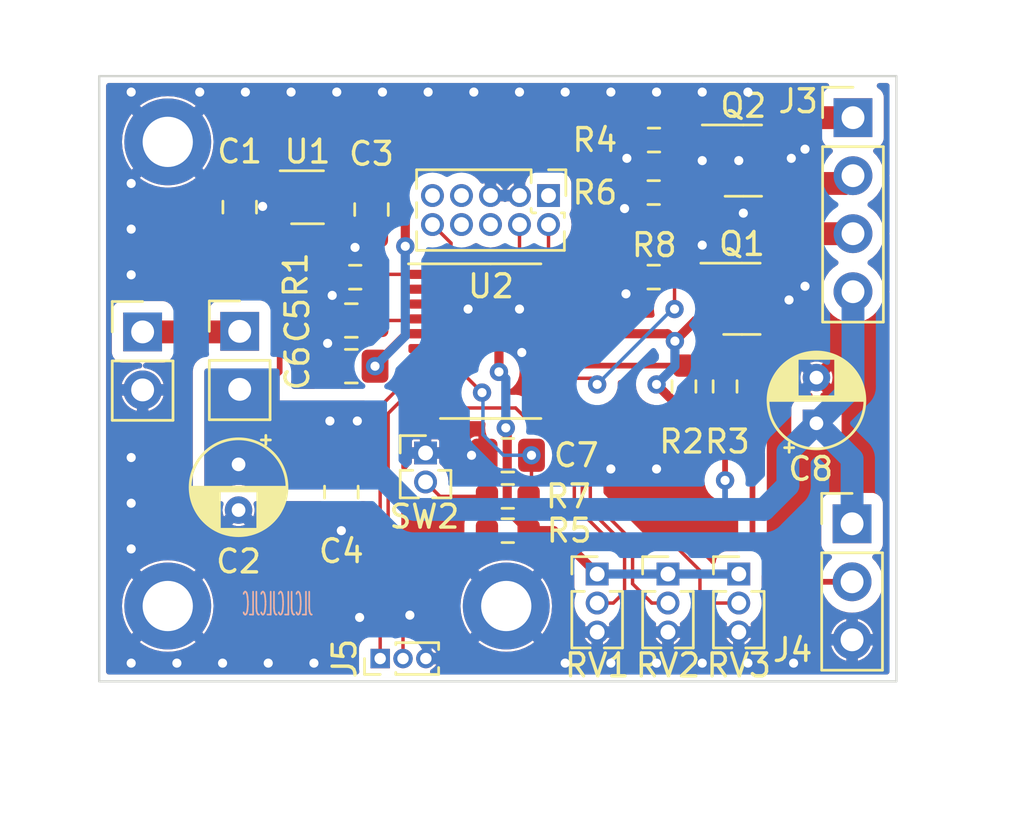
<source format=kicad_pcb>
(kicad_pcb (version 20231007) (generator pcbnew)
  (layers (0 "F.Cu" signal) (31 "B.Cu" signal) (34 "B.Paste" user) (35 "F.Paste" user) (36 "B.SilkS" user "B.Silkscreen") (37 "F.SilkS" user "F.Silkscreen") (38 "B.Mask" user) (39 "F.Mask" user) (44 "Edge.Cuts" user))
  (net 0 "")
  (net 1 "GND")
  (net 2 "+5V")
  (net 3 "+3V3")
  (net 4 "/rst")
  (net 5 "/Button")
  (net 6 "/5Vin")
  (net 9 "/swdio")
  (net 11 "/swclk")
  (net 13 "/3v3")
  (net 14 "/B_o")
  (net 15 "/A_o")
  (net 16 "/PxCtrl")
  (net 17 "/LPUART1_TX")
  (net 18 "/LPUART1_RX")
  (net 19 "/C_o")
  (net 20 "/PxCtrlLv")
  (net 21 "/C")
  (net 22 "/B")
  (net 23 "/A")
  (net 24 "Net-(U2-PB9)")
  (net 25 "Net-(R5-Pad2)")
  (net 26 "/A_Pot")
  (net 27 "/B_Pot")
  (net 28 "/C_Pot")
  (footprint "Connector_PinHeader_1.00mm:PinHeader_1x03_P1.00mm_Vertical" (layer "F.Cu") (at 141.9 94.8 90)
    (property "Reference" "J5" (at 0 -1.56 90) (layer "F.SilkS"))
    (property "Value" "Conn_01x03_Male")
    (pad "1" thru_hole rect (at 0 0 90) (size 0.85 0.85) (drill 0.5) (layers "*.Cu" "*.Mask") (net 17 "/LPUART1_TX"))
    (pad "2" thru_hole oval (at 0 1 90) (size 0.85 0.85) (drill 0.5) (layers "*.Cu" "*.Mask") (net 18 "/LPUART1_RX"))
    (pad "3" thru_hole oval (at 0 2 90) (size 0.85 0.85) (drill 0.5) (layers "*.Cu" "*.Mask") (net 1 "GND"))
  )
  (footprint "Connector_PinHeader_1.27mm:PinHeader_1x02_P1.27mm_Vertical" (layer "F.Cu") (at 143.8875 85.8)
    (property "Reference" "SW2" (at -0.05 2.7875 180) (layer "F.SilkS"))
    (property "Value" "SW_Push")
    (pad "1" thru_hole rect (at 0 0) (size 1 1) (drill 0.65) (layers "*.Cu" "*.Mask") (net 1 "GND"))
    (pad "2" thru_hole oval (at 0 1.27) (size 1 1) (drill 0.65) (layers "*.Cu" "*.Mask") (net 25 "Net-(R5-Pad2)"))
  )
  (footprint "Capacitor_SMD:C_0805_2012Metric_Pad1.18x1.45mm_HandSolder" (layer "F.Cu") (at 147.4875 85.9 180)
    (property "Reference" "C7" (at -3 0 180) (layer "F.SilkS"))
    (property "Value" "0u1")
    (pad "1" smd roundrect (at -1.0375 0 180) (size 1.175 1.45) (layers "F.Cu" "F.Paste" "F.Mask") (roundrect_rratio 0.212766) (net 5 "/Button"))
    (pad "2" smd roundrect (at 1.0375 0 180) (size 1.175 1.45) (layers "F.Cu" "F.Paste" "F.Mask") (roundrect_rratio 0.212766) (net 1 "GND"))
  )
  (footprint "Connector_PinHeader_1.27mm:PinHeader_1x03_P1.27mm_Vertical" (layer "F.Cu") (at 157.6 91.1)
    (property "Reference" "RV3" (at 0 4 0) (layer "F.SilkS"))
    (property "Value" "100k")
    (pad "1" thru_hole rect (at 0 0) (size 1 1) (drill 0.65) (layers "*.Cu" "*.Mask") (net 3 "+3V3"))
    (pad "2" thru_hole oval (at 0 1.27) (size 1 1) (drill 0.65) (layers "*.Cu" "*.Mask") (net 28 "/C_Pot"))
    (pad "3" thru_hole oval (at 0 2.54) (size 1 1) (drill 0.65) (layers "*.Cu" "*.Mask") (net 1 "GND"))
  )
  (footprint "MountingHole:MountingHole_2.2mm_M2_DIN965_Pad" (layer "F.Cu") (at 132.6 92.5)
    (property "Reference" "H2" hide)
    (property "Value" "MountingHole_Pad")
    (pad "1" thru_hole circle (at 0 0) (size 3.8 3.8) (drill 2.2) (layers "*.Cu" "*.Mask") (net 1 "GND"))
  )
  (footprint "Package_SO:TSSOP-20_4.4x6.5mm_P0.65mm" (layer "F.Cu") (at 146.7375 80.905)
    (property "Reference" "U2" (at 0.0125 -2.405 0) (layer "F.SilkS"))
    (property "Value" "STM32L010F4Px")
    (pad "1" smd roundrect (at -2.8625 -2.925) (size 1.475 0.4) (layers "F.Cu" "F.Paste" "F.Mask") (net 24 "Net-(U2-PB9)"))
    (pad "2" smd roundrect (at -2.8625 -2.275) (size 1.475 0.4) (layers "F.Cu" "F.Paste" "F.Mask"))
    (pad "3" smd roundrect (at -2.8625 -1.625) (size 1.475 0.4) (layers "F.Cu" "F.Paste" "F.Mask"))
    (pad "4" smd roundrect (at -2.8625 -0.975) (size 1.475 0.4) (layers "F.Cu" "F.Paste" "F.Mask") (net 4 "/rst"))
    (pad "5" smd roundrect (at -2.8625 -0.325) (size 1.475 0.4) (layers "F.Cu" "F.Paste" "F.Mask") (net 3 "+3V3"))
    (pad "6" smd roundrect (at -2.8625 0.325) (size 1.475 0.4) (layers "F.Cu" "F.Paste" "F.Mask"))
    (pad "7" smd roundrect (at -2.8625 0.975) (size 1.475 0.4) (layers "F.Cu" "F.Paste" "F.Mask") (net 5 "/Button"))
    (pad "8" smd roundrect (at -2.8625 1.625) (size 1.475 0.4) (layers "F.Cu" "F.Paste" "F.Mask") (net 17 "/LPUART1_TX"))
    (pad "9" smd roundrect (at -2.8625 2.275) (size 1.475 0.4) (layers "F.Cu" "F.Paste" "F.Mask") (net 18 "/LPUART1_RX"))
    (pad "10" smd roundrect (at -2.8625 2.925) (size 1.475 0.4) (layers "F.Cu" "F.Paste" "F.Mask") (net 26 "/A_Pot"))
    (pad "11" smd roundrect (at 2.8625 2.925) (size 1.475 0.4) (layers "F.Cu" "F.Paste" "F.Mask") (net 27 "/B_Pot"))
    (pad "12" smd roundrect (at 2.8625 2.275) (size 1.475 0.4) (layers "F.Cu" "F.Paste" "F.Mask") (net 28 "/C_Pot"))
    (pad "13" smd roundrect (at 2.8625 1.625) (size 1.475 0.4) (layers "F.Cu" "F.Paste" "F.Mask") (net 21 "/C"))
    (pad "14" smd roundrect (at 2.8625 0.975) (size 1.475 0.4) (layers "F.Cu" "F.Paste" "F.Mask") (net 20 "/PxCtrlLv"))
    (pad "15" smd roundrect (at 2.8625 0.325) (size 1.475 0.4) (layers "F.Cu" "F.Paste" "F.Mask") (net 1 "GND"))
    (pad "16" smd roundrect (at 2.8625 -0.325) (size 1.475 0.4) (layers "F.Cu" "F.Paste" "F.Mask") (net 3 "+3V3"))
    (pad "17" smd roundrect (at 2.8625 -0.975) (size 1.475 0.4) (layers "F.Cu" "F.Paste" "F.Mask") (net 22 "/B"))
    (pad "18" smd roundrect (at 2.8625 -1.625) (size 1.475 0.4) (layers "F.Cu" "F.Paste" "F.Mask") (net 23 "/A"))
    (pad "19" smd roundrect (at 2.8625 -2.275) (size 1.475 0.4) (layers "F.Cu" "F.Paste" "F.Mask") (net 9 "/swdio"))
    (pad "20" smd roundrect (at 2.8625 -2.925) (size 1.475 0.4) (layers "F.Cu" "F.Paste" "F.Mask") (net 11 "/swclk"))
  )
  (footprint "MountingHole:MountingHole_2.2mm_M2_DIN965_Pad" (layer "F.Cu") (at 132.6 72.18)
    (property "Reference" "H1" hide)
    (property "Value" "MountingHole_Pad")
    (pad "1" thru_hole circle (at 0 0) (size 3.8 3.8) (drill 2.2) (layers "*.Cu" "*.Mask") (net 1 "GND"))
  )
  (footprint "Connector_PinHeader_2.54mm:PinHeader_1x02_P2.54mm_Vertical" (layer "F.Cu") (at 131.5 80.5)
    (property "Reference" "J1" hide)
    (property "Value" "Conn_01x02_Pin")
    (pad "1" thru_hole rect (at 0 0) (size 1.7 1.7) (drill 1) (layers "*.Cu" "*.Mask") (net 6 "/5Vin"))
    (pad "2" thru_hole oval (at 0 2.54) (size 1.7 1.7) (drill 1) (layers "*.Cu" "*.Mask") (net 1 "GND"))
  )
  (footprint "Connector_PinHeader_1.27mm:PinHeader_2x05_P1.27mm_Vertical" (layer "F.Cu") (at 149.27 74.53 -90)
    (property "Reference" "J2" hide)
    (property "Value" "Conn_ARM_JTAG_SWD_10")
    (pad "1" thru_hole rect (at 0 0 270) (size 1 1) (drill 0.65) (layers "*.Cu" "*.Mask") (net 13 "/3v3"))
    (pad "2" thru_hole oval (at 1.27 0 270) (size 1 1) (drill 0.65) (layers "*.Cu" "*.Mask") (net 9 "/swdio"))
    (pad "3" thru_hole oval (at 0 1.27 270) (size 1 1) (drill 0.65) (layers "*.Cu" "*.Mask") (net 1 "GND"))
    (pad "4" thru_hole oval (at 1.27 1.27 270) (size 1 1) (drill 0.65) (layers "*.Cu" "*.Mask") (net 11 "/swclk"))
    (pad "5" thru_hole oval (at 0 2.54 270) (size 1 1) (drill 0.65) (layers "*.Cu" "*.Mask") (net 1 "GND"))
    (pad "6" thru_hole oval (at 1.27 2.54 270) (size 1 1) (drill 0.65) (layers "*.Cu" "*.Mask"))
    (pad "7" thru_hole oval (at 0 3.81 270) (size 1 1) (drill 0.65) (layers "*.Cu" "*.Mask"))
    (pad "8" thru_hole oval (at 1.27 3.81 270) (size 1 1) (drill 0.65) (layers "*.Cu" "*.Mask"))
    (pad "9" thru_hole oval (at 0 5.08 270) (size 1 1) (drill 0.65) (layers "*.Cu" "*.Mask"))
    (pad "10" thru_hole oval (at 1.27 5.08 270) (size 1 1) (drill 0.65) (layers "*.Cu" "*.Mask") (net 4 "/rst"))
  )
  (footprint "Resistor_SMD:R_0603_1608Metric_Pad0.98x0.95mm_HandSolder" (layer "F.Cu") (at 147.4875 89.2 180)
    (property "Reference" "R5" (at -2.6875 0 180) (layer "F.SilkS"))
    (property "Value" "10k")
    (pad "1" smd roundrect (at -0.9125 0 180) (size 0.975 0.95) (layers "F.Cu" "F.Paste" "F.Mask") (net 3 "+3V3"))
    (pad "2" smd roundrect (at 0.9125 0 180) (size 0.975 0.95) (layers "F.Cu" "F.Paste" "F.Mask") (net 25 "Net-(R5-Pad2)"))
  )
  (footprint "Capacitor_SMD:C_0805_2012Metric_Pad1.18x1.45mm_HandSolder" (layer "F.Cu") (at 140.2 87.5125 -90)
    (property "Reference" "C4" (at 2.5875 0 180) (layer "F.SilkS"))
    (property "Value" "1u")
    (pad "1" smd roundrect (at -1.0375 0 270) (size 1.175 1.45) (layers "F.Cu" "F.Paste" "F.Mask") (roundrect_rratio 0.212766) (net 2 "+5V"))
    (pad "2" smd roundrect (at 1.0375 0 270) (size 1.175 1.45) (layers "F.Cu" "F.Paste" "F.Mask") (roundrect_rratio 0.212766) (net 1 "GND"))
  )
  (footprint "Resistor_SMD:R_0603_1608Metric_Pad0.98x0.95mm_HandSolder" (layer "F.Cu") (at 153.875 78.1 180)
    (property "Reference" "R8" (at -0.025 1.4 180) (layer "F.SilkS"))
    (property "Value" "10k")
    (pad "1" smd roundrect (at -0.9125 0 180) (size 0.975 0.95) (layers "F.Cu" "F.Paste" "F.Mask") (net 21 "/C"))
    (pad "2" smd roundrect (at 0.9125 0 180) (size 0.975 0.95) (layers "F.Cu" "F.Paste" "F.Mask") (net 1 "GND"))
  )
  (footprint "Resistor_SMD:R_0603_1608Metric_Pad0.98x0.95mm_HandSolder" (layer "F.Cu") (at 153.8875 72.1 180)
    (property "Reference" "R4" (at 2.5875 0 0) (layer "F.SilkS"))
    (property "Value" "10k")
    (pad "1" smd roundrect (at -0.9125 0 180) (size 0.975 0.95) (layers "F.Cu" "F.Paste" "F.Mask") (net 23 "/A"))
    (pad "2" smd roundrect (at 0.9125 0 180) (size 0.975 0.95) (layers "F.Cu" "F.Paste" "F.Mask") (net 1 "GND"))
  )
  (footprint "Capacitor_SMD:C_0805_2012Metric_Pad1.18x1.45mm_HandSolder" (layer "F.Cu") (at 140.6375 82 180)
    (property "Reference" "C6" (at 2.3625 -0.075 90) (layer "F.SilkS"))
    (property "Value" "0u1")
    (pad "1" smd roundrect (at -1.0375 0 180) (size 1.175 1.45) (layers "F.Cu" "F.Paste" "F.Mask") (roundrect_rratio 0.212766) (net 3 "+3V3"))
    (pad "2" smd roundrect (at 1.0375 0 180) (size 1.175 1.45) (layers "F.Cu" "F.Paste" "F.Mask") (roundrect_rratio 0.212766) (net 1 "GND"))
  )
  (footprint "Resistor_SMD:R_0603_1608Metric_Pad0.98x0.95mm_HandSolder" (layer "F.Cu") (at 140.8075 78.105 180)
    (property "Reference" "R1" (at 2.6075 0.105 90) (layer "F.SilkS"))
    (property "Value" "10k")
    (pad "1" smd roundrect (at -0.9125 0 180) (size 0.975 0.95) (layers "F.Cu" "F.Paste" "F.Mask") (net 24 "Net-(U2-PB9)"))
    (pad "2" smd roundrect (at 0.9125 0 180) (size 0.975 0.95) (layers "F.Cu" "F.Paste" "F.Mask") (net 1 "GND"))
  )
  (footprint "Connector_PinHeader_1.27mm:PinHeader_1x03_P1.27mm_Vertical" (layer "F.Cu") (at 151.4 91.1)
    (property "Reference" "RV1" (at 0 4 360) (layer "F.SilkS"))
    (property "Value" "100k")
    (pad "1" thru_hole rect (at 0 0) (size 1 1) (drill 0.65) (layers "*.Cu" "*.Mask") (net 3 "+3V3"))
    (pad "2" thru_hole oval (at 0 1.27) (size 1 1) (drill 0.65) (layers "*.Cu" "*.Mask") (net 26 "/A_Pot"))
    (pad "3" thru_hole oval (at 0 2.54) (size 1 1) (drill 0.65) (layers "*.Cu" "*.Mask") (net 1 "GND"))
  )
  (footprint "Package_TO_SOT_SMD:TSOT-23-6" (layer "F.Cu") (at 157.7375 79.05)
    (property "Reference" "Q1" (at 0 -2.4 0) (layer "F.SilkS"))
    (property "Value" "DMN2053UVT")
    (pad "1" smd roundrect (at -1.1375 -0.95) (size 1.325 0.6) (layers "F.Cu" "F.Paste" "F.Mask") (net 21 "/C"))
    (pad "2" smd roundrect (at -1.1375 0) (size 1.325 0.6) (layers "F.Cu" "F.Paste" "F.Mask") (net 20 "/PxCtrlLv"))
    (pad "3" smd roundrect (at -1.1375 0.95) (size 1.325 0.6) (layers "F.Cu" "F.Paste" "F.Mask") (net 3 "+3V3"))
    (pad "4" smd roundrect (at 1.1375 0.95) (size 1.325 0.6) (layers "F.Cu" "F.Paste" "F.Mask") (net 16 "/PxCtrl"))
    (pad "5" smd roundrect (at 1.1375 0) (size 1.325 0.6) (layers "F.Cu" "F.Paste" "F.Mask") (net 1 "GND"))
    (pad "6" smd roundrect (at 1.1375 -0.95) (size 1.325 0.6) (layers "F.Cu" "F.Paste" "F.Mask") (net 19 "/C_o"))
  )
  (footprint "Capacitor_SMD:C_0805_2012Metric_Pad1.18x1.45mm_HandSolder" (layer "F.Cu") (at 140.6375 80 180)
    (property "Reference" "C5" (at 2.3625 0 -90) (layer "F.SilkS"))
    (property "Value" "0u1")
    (pad "1" smd roundrect (at -1.0375 0 180) (size 1.175 1.45) (layers "F.Cu" "F.Paste" "F.Mask") (roundrect_rratio 0.212766) (net 4 "/rst"))
    (pad "2" smd roundrect (at 1.0375 0 180) (size 1.175 1.45) (layers "F.Cu" "F.Paste" "F.Mask") (roundrect_rratio 0.212766) (net 1 "GND"))
  )
  (footprint "Capacitor_THT:CP_Radial_D4.0mm_P2.00mm" (layer "F.Cu") (at 161 84.5 90)
    (property "Reference" "C8" (at -2 -0.25 0) (layer "F.SilkS"))
    (property "Value" "10u 16v")
    (pad "1" thru_hole rect (at 0 0 90) (size 1.2 1.2) (drill 0.6) (layers "*.Cu" "*.Mask") (net 2 "+5V"))
    (pad "2" thru_hole circle (at 2 0 90) (size 1.2 1.2) (drill 0.6) (layers "*.Cu" "*.Mask") (net 1 "GND"))
  )
  (footprint "Package_TO_SOT_SMD:SOT-353_SC-70-5" (layer "F.Cu") (at 138.72 74.605)
    (property "Reference" "U1" (at 0 -2 360) (layer "F.SilkS"))
    (property "Value" "MIC5365-3.3YC5")
    (pad "1" smd rect (at -0.95 -0.65) (size 0.65 0.4) (layers "F.Cu" "F.Paste" "F.Mask") (net 2 "+5V"))
    (pad "2" smd rect (at -0.95 0) (size 0.65 0.4) (layers "F.Cu" "F.Paste" "F.Mask") (net 1 "GND"))
    (pad "3" smd rect (at -0.95 0.65) (size 0.65 0.4) (layers "F.Cu" "F.Paste" "F.Mask") (net 2 "+5V"))
    (pad "4" smd rect (at 0.95 0.65) (size 0.65 0.4) (layers "F.Cu" "F.Paste" "F.Mask"))
    (pad "5" smd rect (at 0.95 -0.65) (size 0.65 0.4) (layers "F.Cu" "F.Paste" "F.Mask") (net 3 "+3V3"))
  )
  (footprint "Connector_PinHeader_2.54mm:PinHeader_1x02_P2.54mm_Vertical" (layer "F.Cu") (at 135.75 80.475)
    (property "Reference" "SW1" hide)
    (property "Value" "SW_SPST")
    (pad "1" thru_hole rect (at 0 0) (size 1.7 1.7) (drill 1) (layers "*.Cu" "*.Mask") (net 6 "/5Vin"))
    (pad "2" thru_hole oval (at 0 2.54) (size 1.7 1.7) (drill 1) (layers "*.Cu" "*.Mask") (net 2 "+5V"))
  )
  (footprint "Capacitor_SMD:C_0805_2012Metric_Pad1.18x1.45mm_HandSolder" (layer "F.Cu") (at 141.52 75.1425 -90)
    (property "Reference" "C3" (at -2.4375 0 180) (layer "F.SilkS"))
    (property "Value" "1u")
    (pad "1" smd roundrect (at -1.0375 0 270) (size 1.175 1.45) (layers "F.Cu" "F.Paste" "F.Mask") (roundrect_rratio 0.212766) (net 3 "+3V3"))
    (pad "2" smd roundrect (at 1.0375 0 270) (size 1.175 1.45) (layers "F.Cu" "F.Paste" "F.Mask") (roundrect_rratio 0.212766) (net 1 "GND"))
  )
  (footprint "Resistor_SMD:R_0603_1608Metric_Pad0.98x0.95mm_HandSolder" (layer "F.Cu") (at 153.875 74.4 180)
    (property "Reference" "R6" (at 2.575 0 0) (layer "F.SilkS"))
    (property "Value" "10k")
    (pad "1" smd roundrect (at -0.9125 0 180) (size 0.975 0.95) (layers "F.Cu" "F.Paste" "F.Mask") (net 22 "/B"))
    (pad "2" smd roundrect (at 0.9125 0 180) (size 0.975 0.95) (layers "F.Cu" "F.Paste" "F.Mask") (net 1 "GND"))
  )
  (footprint "Resistor_SMD:R_0603_1608Metric_Pad0.98x0.95mm_HandSolder" (layer "F.Cu") (at 157 82.8875 90)
    (property "Reference" "R3" (at -2.4125 0.1 0) (layer "F.SilkS"))
    (property "Value" "10k")
    (pad "1" smd roundrect (at -0.9125 0 90) (size 0.975 0.95) (layers "F.Cu" "F.Paste" "F.Mask") (net 2 "+5V"))
    (pad "2" smd roundrect (at 0.9125 0 90) (size 0.975 0.95) (layers "F.Cu" "F.Paste" "F.Mask") (net 16 "/PxCtrl"))
  )
  (footprint "Resistor_SMD:R_0603_1608Metric_Pad0.98x0.95mm_HandSolder" (layer "F.Cu") (at 155.2 82.8875 90)
    (property "Reference" "R2" (at -2.4125 -0.1 0) (layer "F.SilkS"))
    (property "Value" "10k")
    (pad "1" smd roundrect (at -0.9125 0 90) (size 0.975 0.95) (layers "F.Cu" "F.Paste" "F.Mask") (net 3 "+3V3"))
    (pad "2" smd roundrect (at 0.9125 0 90) (size 0.975 0.95) (layers "F.Cu" "F.Paste" "F.Mask") (net 20 "/PxCtrlLv"))
  )
  (footprint "Connector_PinHeader_1.27mm:PinHeader_1x03_P1.27mm_Vertical" (layer "F.Cu") (at 154.5 91.1)
    (property "Reference" "RV2" (at 0 4 360) (layer "F.SilkS"))
    (property "Value" "100k")
    (pad "1" thru_hole rect (at 0 0) (size 1 1) (drill 0.65) (layers "*.Cu" "*.Mask") (net 3 "+3V3"))
    (pad "2" thru_hole oval (at 0 1.27) (size 1 1) (drill 0.65) (layers "*.Cu" "*.Mask") (net 27 "/B_Pot"))
    (pad "3" thru_hole oval (at 0 2.54) (size 1 1) (drill 0.65) (layers "*.Cu" "*.Mask") (net 1 "GND"))
  )
  (footprint "Connector_PinHeader_2.54mm:PinHeader_1x04_P2.54mm_Vertical" (layer "F.Cu") (at 162.6 71.12)
    (property "Reference" "J3" (at -2.4 -0.72 0) (layer "F.SilkS"))
    (property "Value" "Conn_01x04_Socket")
    (pad "1" thru_hole rect (at 0 0) (size 1.7 1.7) (drill 1) (layers "*.Cu" "*.Mask") (net 15 "/A_o"))
    (pad "2" thru_hole oval (at 0 2.54) (size 1.7 1.7) (drill 1) (layers "*.Cu" "*.Mask") (net 14 "/B_o"))
    (pad "3" thru_hole oval (at 0 5.08) (size 1.7 1.7) (drill 1) (layers "*.Cu" "*.Mask") (net 19 "/C_o"))
    (pad "4" thru_hole oval (at 0 7.62) (size 1.7 1.7) (drill 1) (layers "*.Cu" "*.Mask") (net 2 "+5V"))
  )
  (footprint "Connector_PinHeader_2.54mm:PinHeader_1x03_P2.54mm_Vertical" (layer "F.Cu") (at 162.56 88.9)
    (property "Reference" "J4" (at -2.6 5.525 0) (layer "F.SilkS"))
    (property "Value" "Conn_01x03_Socket")
    (pad "1" thru_hole rect (at 0 0) (size 1.7 1.7) (drill 1) (layers "*.Cu" "*.Mask") (net 2 "+5V"))
    (pad "2" thru_hole oval (at 0 2.54) (size 1.7 1.7) (drill 1) (layers "*.Cu" "*.Mask") (net 16 "/PxCtrl"))
    (pad "3" thru_hole oval (at 0 5.08) (size 1.7 1.7) (drill 1) (layers "*.Cu" "*.Mask") (net 1 "GND"))
  )
  (footprint "Capacitor_THT:CP_Radial_D4.0mm_P2.00mm" (layer "F.Cu") (at 135.7 86.3 -90)
    (property "Reference" "C2" (at 4.25 0 180) (layer "F.SilkS"))
    (property "Value" "10u 16v")
    (pad "1" thru_hole rect (at 0 0 270) (size 1.2 1.2) (drill 0.6) (layers "*.Cu" "*.Mask") (net 2 "+5V"))
    (pad "2" thru_hole circle (at 2 0 270) (size 1.2 1.2) (drill 0.6) (layers "*.Cu" "*.Mask") (net 1 "GND"))
  )
  (footprint "Capacitor_SMD:C_0805_2012Metric_Pad1.18x1.45mm_HandSolder" (layer "F.Cu") (at 135.75 75.0375 -90)
    (property "Reference" "C1" (at -2.4375 0 180) (layer "F.SilkS"))
    (property "Value" "1u")
    (pad "1" smd roundrect (at -1.0375 0 270) (size 1.175 1.45) (layers "F.Cu" "F.Paste" "F.Mask") (roundrect_rratio 0.212766) (net 2 "+5V"))
    (pad "2" smd roundrect (at 1.0375 0 270) (size 1.175 1.45) (layers "F.Cu" "F.Paste" "F.Mask") (roundrect_rratio 0.212766) (net 1 "GND"))
  )
  (footprint "MountingHole:MountingHole_2.2mm_M2_DIN965_Pad" (layer "F.Cu") (at 147.42 92.5)
    (property "Reference" "H3" hide)
    (property "Value" "MountingHole_Pad")
    (pad "1" thru_hole circle (at 0 0) (size 3.8 3.8) (drill 2.2) (layers "*.Cu" "*.Mask") (net 1 "GND"))
  )
  (footprint "Resistor_SMD:R_0603_1608Metric_Pad0.98x0.95mm_HandSolder" (layer "F.Cu") (at 147.4875 87.7)
    (property "Reference" "R7" (at 2.65 0 0) (layer "F.SilkS"))
    (property "Value" "100R")
    (pad "1" smd roundrect (at -0.9125 0) (size 0.975 0.95) (layers "F.Cu" "F.Paste" "F.Mask") (net 25 "Net-(R5-Pad2)"))
    (pad "2" smd roundrect (at 0.9125 0) (size 0.975 0.95) (layers "F.Cu" "F.Paste" "F.Mask") (net 5 "/Button"))
  )
  (footprint "Package_TO_SOT_SMD:TSOT-23-6" (layer "F.Cu") (at 157.8 73)
    (property "Reference" "Q2" (at 0 -2.4 360) (layer "F.SilkS"))
    (property "Value" "DMN2053UVT")
    (pad "1" smd roundrect (at -1.1375 -0.95) (size 1.325 0.6) (layers "F.Cu" "F.Paste" "F.Mask") (net 23 "/A"))
    (pad "2" smd roundrect (at -1.1375 0) (size 1.325 0.6) (layers "F.Cu" "F.Paste" "F.Mask") (net 1 "GND"))
    (pad "3" smd roundrect (at -1.1375 0.95) (size 1.325 0.6) (layers "F.Cu" "F.Paste" "F.Mask") (net 22 "/B"))
    (pad "4" smd roundrect (at 1.1375 0.95) (size 1.325 0.6) (layers "F.Cu" "F.Paste" "F.Mask") (net 14 "/B_o"))
    (pad "5" smd roundrect (at 1.1375 0) (size 1.325 0.6) (layers "F.Cu" "F.Paste" "F.Mask") (net 1 "GND"))
    (pad "6" smd roundrect (at 1.1375 -0.95) (size 1.325 0.6) (layers "F.Cu" "F.Paste" "F.Mask") (net 15 "/A_o"))
  )
  (gr_rect (start 129.6 69.3) (end 164.5 95.8) (stroke (width 0.1)) (fill none) (layer "Edge.Cuts"))
  (gr_text "Simple lamp controller V1.0a\nD. Miall 2023" (at 143.3 73 0) (layer "F.Cu") (effects (font (size 0.8 0.3) (thickness 0.075) bold) (justify left bottom)))
  (gr_text "JLCJLCJLCJLC" (at 139 93 -0) (layer "B.SilkS") (effects (font (size 1 0.3) (thickness 0.075) bold) (justify left bottom mirror)))
  (segment (start 156.6625 73) (end 157.6 73) (width 0.4) (layer "F.Cu") (net 1))
  (segment (start 160.0995 72.9005) (end 160.5 72.5) (width 0.4) (layer "F.Cu") (net 1))
  (segment (start 141.52 76.18) (end 141.42 76.18) (width 0.4) (layer "F.Cu") (net 1))
  (segment (start 156.6625 73) (end 156 73) (width 0.4) (layer "F.Cu") (net 1))
  (segment (start 152.975 72.1) (end 152.975 72.625) (width 0.4) (layer "F.Cu") (net 1))
  (segment (start 137.154322 74.605) (end 136.753886 75.005436) (width 0.4) (layer "F.Cu") (net 1))
  (segment (start 135.75 76.075) (end 135.75 76.009322) (width 0.4) (layer "F.Cu") (net 1))
  (segment (start 139.895 78.105) (end 139.895 77.705) (width 0.4) (layer "F.Cu") (net 1))
  (segment (start 158.875 79.05) (end 159.75 79.05) (width 0.4) (layer "F.Cu") (net 1))
  (segment (start 152.9625 78.531184) (end 152.9625 78.1) (width 0.4) (layer "F.Cu") (net 1))
  (segment (start 159.95 79.05) (end 160.5 78.5) (width 0.4) (layer "F.Cu") (net 1))
  (segment (start 139.895 78.105) (end 139.895 78.805) (width 0.4) (layer "F.Cu") (net 1))
  (segment (start 152.9625 74.7375) (end 152.6 75.1) (width 0.4) (layer "F.Cu") (net 1))
  (segment (start 159.75 79.05) (end 159.8 79.1) (width 0.4) (layer "F.Cu") (net 1))
  (segment (start 156.6625 73) (end 158.9375 73) (width 0.4) (layer "F.Cu") (net 1))
  (segment (start 152.9625 74.4) (end 152.9625 74.7375) (width 0.4) (layer "F.Cu") (net 1))
  (segment (start 139.895 77.705) (end 140.8 76.8) (width 0.4) (layer "F.Cu") (net 1))
  (segment (start 152.661403 78.832281) (end 152.9625 78.531184) (width 0.4) (layer "F.Cu") (net 1))
  (segment (start 139.6 79.1) (end 139.8 78.9) (width 0.4) (layer "F.Cu") (net 1))
  (segment (start 140.2 88.55) (end 140.2 89.2) (width 0.4) (layer "F.Cu") (net 1))
  (segment (start 141.42 76.18) (end 140.8 76.8) (width 0.4) (layer "F.Cu") (net 1))
  (segment (start 139.6 82) (end 139.6 81) (width 0.4) (layer "F.Cu") (net 1))
  (segment (start 158.9375 73) (end 159.8005 73) (width 0.4) (layer "F.Cu") (net 1))
  (segment (start 137.77 74.605) (end 137.154322 74.605) (width 0.4) (layer "F.Cu") (net 1))
  (segment (start 152.975 72.625) (end 152.7 72.9) (width 0.4) (layer "F.Cu") (net 1))
  (segment (start 139.895 78.805) (end 139.8 78.9) (width 0.4) (layer "F.Cu") (net 1))
  (segment (start 139.6 80) (end 139.6 81) (width 0.4) (layer "F.Cu") (net 1))
  (segment (start 159.9 72.9005) (end 160.0995 72.9005) (width 0.4) (layer "F.Cu") (net 1))
  (segment (start 139.6 80) (end 139.6 79.1) (width 0.4) (layer "F.Cu") (net 1))
  (segment (start 158.875 79.05) (end 159.95 79.05) (width 0.4) (layer "F.Cu") (net 1))
  (segment (start 135.75 76.009322) (end 136.753886 75.005436) (width 0.4) (layer "F.Cu") (net 1))
  (segment (start 159.8005 73) (end 159.9 72.9005) (width 0.4) (layer "F.Cu") (net 1))
  (segment (start 149.6 81.23) (end 148.27 81.23) (width 0.4) (layer "F.Cu") (net 1))
  (segment (start 148.27 81.23) (end 148.1 81.4) (width 0.4) (layer "F.Cu") (net 1))
  (segment (start 146.45 85.9) (end 145.9 85.9) (width 0.4) (layer "F.Cu") (net 1))
  (via (at 131 78) (size 0.8) (drill 0.4) (layers "F.Cu" "B.Cu") (net 1))
  (via (at 135 95) (size 0.8) (drill 0.4) (layers "F.Cu" "B.Cu") (net 1))
  (via (at 158 95) (size 0.8) (drill 0.4) (layers "F.Cu" "B.Cu") (net 1))
  (via (at 140.2 89.2) (size 0.8) (drill 0.4) (layers "F.Cu" "B.Cu") (net 1))
  (via (at 143.2 92.9) (size 0.8) (drill 0.4) (layers "F.Cu" "B.Cu") (net 1))
  (via (at 156 70) (size 0.8) (drill 0.4) (layers "F.Cu" "B.Cu") (net 1))
  (via (at 141 93) (size 0.8) (drill 0.4) (layers "F.Cu" "B.Cu") (net 1))
  (via (at 139.6 81) (size 0.8) (drill 0.4) (layers "F.Cu" "B.Cu") (net 1))
  (via (at 156 95) (size 0.8) (drill 0.4) (layers "F.Cu" "B.Cu") (net 1))
  (via (at 133 95) (size 0.8) (drill 0.4) (layers "F.Cu" "B.Cu") (net 1))
  (via (at 159.9 72.9005) (size 0.8) (drill 0.4) (layers "F.Cu" "B.Cu") (net 1))
  (via (at 136.753886 75.005436) (size 0.8) (drill 0.4) (layers "F.Cu" "B.Cu") (net 1))
  (via (at 148 70) (size 0.8) (drill 0.4) (layers "F.Cu" "B.Cu") (net 1))
  (via (at 140 70) (size 0.8) (drill 0.4) (layers "F.Cu" "B.Cu") (net 1))
  (via (at 152.7 72.9) (size 0.8) (drill 0.4) (layers "F.Cu" "B.Cu") (net 1))
  (via (at 131 86) (size 0.8) (drill 0.4) (layers "F.Cu" "B.Cu") (net 1))
  (via (at 145.9 85.9) (size 0.8) (drill 0.4) (layers "F.Cu" "B.Cu") (net 1))
  (via (at 154 86.5) (size 0.8) (drill 0.4) (layers "F.Cu" "B.Cu") (net 1))
  (via (at 154 70) (size 0.8) (drill 0.4) (layers "F.Cu" "B.Cu") (net 1))
  (via (at 138 70) (size 0.8) (drill 0.4) (layers "F.Cu" "B.Cu") (net 1))
  (via (at 152.6 75.1) (size 0.8) (drill 0.4) (layers "F.Cu" "B.Cu") (net 1))
  (via (at 160.5 72.5) (size 0.8) (drill 0.4) (layers "F.Cu" "B.Cu") (net 1))
  (via (at 158 70) (size 0.8) (drill 0.4) (layers "F.Cu" "B.Cu") (net 1))
  (via (at 131 95) (size 0.8) (drill 0.4) (layers "F.Cu" "B.Cu") (net 1))
  (via (at 131 74) (size 0.8) (drill 0.4) (layers "F.Cu" "B.Cu") (net 1))
  (via (at 157.8 75.3) (size 0.8) (drill 0.4) (layers "F.Cu" "B.Cu") (net 1))
  (via (at 156 76.7) (size 0.8) (drill 0.4) (layers "F.Cu" "B.Cu") (net 1))
  (via (at 152 86.5) (size 0.8) (drill 0.4) (layers "F.Cu" "B.Cu") (net 1))
  (via (at 134 70) (size 0.8) (drill 0.4) (layers "F.Cu" "B.Cu") (net 1))
  (via (at 146 70) (size 0.8) (drill 0.4) (layers "F.Cu" "B.Cu") (net 1))
  (via (at 131 88) (size 0.8) (drill 0.4) (layers "F.Cu" "B.Cu") (net 1))
  (via (at 131 70) (size 0.8) (drill 0.4) (layers "F.Cu" "B.Cu") (net 1))
  (via (at 152 95) (size 0.8) (drill 0.4) (layers "F.Cu" "B.Cu") (net 1))
  (via (at 142 70) (size 0.8) (drill 0.4) (layers "F.Cu" "B.Cu") (net 1))
  (via (at 157.6 73) (size 0.8) (drill 0.4) (layers "F.Cu" "B.Cu") (net 1))
  (via (at 156 73) (size 0.8) (drill 0.4) (layers "F.Cu" "B.Cu") (net 1))
  (via (at 140.8 76.8) (size 0.8) (drill 0.4) (layers "F.Cu" "B.Cu") (net 1))
  (via (at 160.5 78.5) (size 0.8) (drill 0.4) (layers "F.Cu" "B.Cu") (net 1))
  (via (at 152 70) (size 0.8) (drill 0.4) (layers "F.Cu" "B.Cu") (net 1))
  (via (at 131 76) (size 0.8) (drill 0.4) (layers "F.Cu" "B.Cu") (net 1))
  (via (at 154 95) (size 0.8) (drill 0.4) (layers "F.Cu" "B.Cu") (net 1))
  (via (at 148.1 81.4) (size 0.8) (drill 0.4) (layers "F.Cu" "B.Cu") (net 1))
  (via (at 150 70) (size 0.8) (drill 0.4) (layers "F.Cu" "B.Cu") (net 1))
  (via (at 152.661403 78.832281) (size 0.8) (drill 0.4) (layers "F.Cu" "B.Cu") (net 1))
  (via (at 150 95) (size 0.8) (drill 0.4) (layers "F.Cu" "B.Cu") (net 1))
  (via (at 160 95) (size 0.8) (drill 0.4) (layers "F.Cu" "B.Cu") (net 1))
  (via (at 139.8 78.9) (size 0.8) (drill 0.4) (layers "F.Cu" "B.Cu") (net 1))
  (via (at 137 95) (size 0.8) (drill 0.4) (layers "F.Cu" "B.Cu") (net 1))
  (via (at 144 70) (size 0.8) (drill 0.4) (layers "F.Cu" "B.Cu") (net 1))
  (via (at 159.8 79.1) (size 0.8) (drill 0.4) (layers "F.Cu" "B.Cu") (net 1))
  (via (at 136 70) (size 0.8) (drill 0.4) (layers "F.Cu" "B.Cu") (net 1))
  (via (at 139 95) (size 0.8) (drill 0.4) (layers "F.Cu" "B.Cu") (net 1))
  (via (at 148 79.5) (size 0.8) (drill 0.4) (layers "F.Cu" "B.Cu") (net 1))
  (via (at 131 90) (size 0.8) (drill 0.4) (layers "F.Cu" "B.Cu") (net 1))
  (via (at 145.75 79.5) (size 0.8) (drill 0.4) (layers "F.Cu" "B.Cu") (net 1))
  (segment (start 135 77.5) (end 136.75 77.5) (width 0.25) (layer "F.Cu") (net 2))
  (segment (start 135.7 86.3) (end 140.025 86.3) (width 1) (layer "F.Cu") (net 2))
  (segment (start 135.75 86.25) (end 135.7 86.3) (width 1) (layer "F.Cu") (net 2))
  (segment (start 134.5 75) (end 134.5 77) (width 0.25) (layer "F.Cu") (net 2))
  (segment (start 157 83.8) (end 157 87) (width 0.25) (layer "F.Cu") (net 2))
  (segment (start 137.77 73.955) (end 138.345 73.955) (width 0.25) (layer "F.Cu") (net 2))
  (segment (start 138.42 74.03) (end 138.42 75.18) (width 0.25) (layer "F.Cu") (net 2))
  (segment (start 138.345 73.955) (end 138.42 74.03) (width 0.25) (layer "F.Cu") (net 2))
  (segment (start 135.75 83.015) (end 135.75 86.25) (width 1) (layer "F.Cu") (net 2))
  (segment (start 135.75 74) (end 135.5 74) (width 0.25) (layer "F.Cu") (net 2))
  (segment (start 135.795 73.955) (end 135.75 74) (width 0.25) (layer "F.Cu") (net 2))
  (segment (start 140.9 84.4) (end 139.7 84.4) (width 1) (layer "F.Cu") (net 2))
  (segment (start 135.5 74) (end 134.5 75) (width 0.25) (layer "F.Cu") (net 2))
  (segment (start 134.5 77) (end 135 77.5) (width 0.25) (layer "F.Cu") (net 2))
  (segment (start 137.5 78.25) (end 137.5 82.25) (width 0.25) (layer "F.Cu") (net 2))
  (segment (start 136.75 77.5) (end 137.5 78.25) (width 0.25) (layer "F.Cu") (net 2))
  (segment (start 137.77 73.955) (end 135.795 73.955) (width 0.25) (layer "F.Cu") (net 2))
  (segment (start 136.735 83.015) (end 135.75 83.015) (width 0.25) (layer "F.Cu") (net 2))
  (segment (start 137.5 82.25) (end 136.735 83.015) (width 0.25) (layer "F.Cu") (net 2))
  (segment (start 138.42 75.18) (end 138.345 75.255) (width 0.25) (layer "F.Cu") (net 2))
  (segment (start 138.345 75.255) (end 137.77 75.255) (width 0.25) (layer "F.Cu") (net 2))
  (segment (start 140.025 86.3) (end 140.2 86.475) (width 1) (layer "F.Cu") (net 2))
  (via (at 140.9 84.4) (size 0.8) (drill 0.4) (layers "F.Cu" "B.Cu") (net 2))
  (via (at 139.7 84.4) (size 0.8) (drill 0.4) (layers "F.Cu" "B.Cu") (net 2))
  (via (at 157 87) (size 0.8) (drill 0.4) (layers "F.Cu" "B.Cu") (net 2))
  (segment (start 159.75 85.75) (end 159.75 87.2226) (width 1) (layer "B.Cu") (net 2))
  (segment (start 162.6 78.74) (end 162.6 82.9) (width 1) (layer "B.Cu") (net 2))
  (segment (start 159.75 87.2226) (end 158.700418 88.272182) (width 1) (layer "B.Cu") (net 2))
  (segment (start 157 88.272182) (end 143.392625 88.272182) (width 1) (layer "B.Cu") (net 2))
  (segment (start 143.392625 88.272182) (end 140.9 85.779557) (width 1) (layer "B.Cu") (net 2))
  (segment (start 162.6 82.9) (end 161 84.5) (width 1) (layer "B.Cu") (net 2))
  (segment (start 162.56 86.06) (end 161 84.5) (width 1) (layer "B.Cu") (net 2))
  (segment (start 162.56 88.9) (end 162.56 86.06) (width 1) (layer "B.Cu") (net 2))
  (segment (start 158.700418 88.272182) (end 157 88.272182) (width 1) (layer "B.Cu") (net 2))
  (segment (start 157 87) (end 157 88.272182) (width 0.25) (layer "B.Cu") (net 2))
  (segment (start 140.9 85.779557) (end 140.9 84.4) (width 1) (layer "B.Cu") (net 2))
  (segment (start 161 84.5) (end 159.75 85.75) (width 1) (layer "B.Cu") (net 2))
  (segment (start 149.5 89.2) (end 151.4 91.1) (width 0.4) (layer "F.Cu") (net 3))
  (segment (start 148.4 89.2) (end 147.4625 88.2625) (width 0.4) (layer "F.Cu") (net 3))
  (segment (start 147.1 82.25) (end 147.1 80.58) (width 0.4) (layer "F.Cu") (net 3))
  (segment (start 141.675 81.982622) (end 141.675 82) (width 0.4) (layer "F.Cu") (net 3))
  (segment (start 154.480839 80.58) (end 154.803974 80.903135) (width 0.4) (layer "F.Cu") (net 3))
  (segment (start 155.707109 80) (end 156.6 80) (width 0.4) (layer "F.Cu") (net 3))
  (segment (start 147.4625 88.2625) (end 147.4625 84.7625) (width 0.4) (layer "F.Cu") (net 3))
  (segment (start 154.803974 80.903135) (end 155.707109 80) (width 0.4) (layer "F.Cu") (net 3))
  (segment (start 155.2 83.8) (end 155 83.8) (width 0.4) (layer "F.Cu") (net 3))
  (segment (start 143 75.585) (end 143 76.75) (width 0.4) (layer "F.Cu") (net 3))
  (segment (start 143.875 80.58) (end 147.1 80.58) (width 0.4) (layer "F.Cu") (net 3))
  (segment (start 141.52 74.105) (end 143 75.585) (width 0.4) (layer "F.Cu") (net 3))
  (segment (start 147.1 80.58) (end 149.6 80.58) (width 0.4) (layer "F.Cu") (net 3))
  (segment (start 141.415 74) (end 139.715 74) (width 0.4) (layer "F.Cu") (net 3))
  (segment (start 148.4 89.2) (end 149.5 89.2) (width 0.4) (layer "F.Cu") (net 3))
  (segment (start 143.077622 80.58) (end 141.675 81.982622) (width 0.4) (layer "F.Cu") (net 3))
  (segment (start 147.4625 84.7625) (end 147.4 84.7) (width 0.4) (layer "F.Cu") (net 3))
  (segment (start 149.6 80.58) (end 154.480839 80.58) (width 0.4) (layer "F.Cu") (net 3))
  (segment (start 155 83.8) (end 154 82.8) (width 0.4) (layer "F.Cu") (net 3))
  (segment (start 143.875 80.58) (end 143.077622 80.58) (width 0.4) (layer "F.Cu") (net 3))
  (segment (start 141.52 74.105) (end 141.415 74) (width 0.4) (layer "F.Cu") (net 3))
  (segment (start 139.715 74) (end 139.67 73.955) (width 0.4) (layer "F.Cu") (net 3))
  (via (at 143 76.75) (size 0.8) (drill 0.4) (layers "F.Cu" "B.Cu") (net 3))
  (via (at 154 82.8) (size 0.8) (drill 0.4) (layers "F.Cu" "B.Cu") (net 3))
  (via (at 147.1 82.25) (size 0.8) (drill 0.4) (layers "F.Cu" "B.Cu") (net 3))
  (via (at 154.803974 80.903135) (size 0.8) (drill 0.4) (layers "F.Cu" "B.Cu") (net 3))
  (via (at 147.4 84.7) (size 0.8) (drill 0.4) (layers "F.Cu" "B.Cu") (net 3))
  (via (at 141.675 82) (size 0.8) (drill 0.4) (layers "F.Cu" "B.Cu") (net 3))
  (segment (start 151.4 91.1) (end 154.5 91.1) (width 0.4) (layer "B.Cu") (net 3))
  (segment (start 154 82.8) (end 154.803974 81.996026) (width 0.4) (layer "B.Cu") (net 3))
  (segment (start 154.5 91.1) (end 157.6 91.1) (width 0.4) (layer "B.Cu") (net 3))
  (segment (start 147.4 84.7) (end 147.4 82.55) (width 0.4) (layer "B.Cu") (net 3))
  (segment (start 147.4 82.55) (end 147.1 82.25) (width 0.4) (layer "B.Cu") (net 3))
  (segment (start 143 76.75) (end 143 80.675) (width 0.4) (layer "B.Cu") (net 3))
  (segment (start 143 80.675) (end 141.675 82) (width 0.4) (layer "B.Cu") (net 3))
  (segment (start 154.803974 81.996026) (end 154.803974 80.903135) (width 0.4) (layer "B.Cu") (net 3))
  (segment (start 143.875 79.93) (end 144.82 79.93) (width 0.15) (layer "F.Cu") (net 4))
  (segment (start 143.805 80) (end 143.875 79.93) (width 0.15) (layer "F.Cu") (net 4))
  (segment (start 145 79.75) (end 145 76.61) (width 0.15) (layer "F.Cu") (net 4))
  (segment (start 141.675 80) (end 143.805 80) (width 0.15) (layer "F.Cu") (net 4))
  (segment (start 144.82 79.93) (end 145 79.75) (width 0.15) (layer "F.Cu") (net 4))
  (segment (start 145 76.61) (end 144.19 75.8) (width 0.15) (layer "F.Cu") (net 4))
  (segment (start 148.525 87.575) (end 148.4 87.7) (width 0.15) (layer "F.Cu") (net 5))
  (segment (start 145.083913 81.88) (end 143.875 81.88) (width 0.15) (layer "F.Cu") (net 5))
  (segment (start 146.359413 83.1555) (end 145.083913 81.88) (width 0.15) (layer "F.Cu") (net 5))
  (segment (start 148.525 85.9) (end 148.525 87.575) (width 0.15) (layer "F.Cu") (net 5))
  (via (at 146.359413 83.1555) (size 0.8) (drill 0.4) (layers "F.Cu" "B.Cu") (net 5))
  (via (at 148.525 85.9) (size 0.8) (drill 0.4) (layers "F.Cu" "B.Cu") (net 5))
  (segment (start 146.4 83.196087) (end 146.4 85) (width 0.15) (layer "B.Cu") (net 5))
  (segment (start 146.359413 83.1555) (end 146.4 83.196087) (width 0.15) (layer "B.Cu") (net 5))
  (segment (start 147.3 85.9) (end 148.525 85.9) (width 0.15) (layer "B.Cu") (net 5))
  (segment (start 146.4 85) (end 147.3 85.9) (width 0.15) (layer "B.Cu") (net 5))
  (segment (start 135.725 80.5) (end 135.75 80.475) (width 1) (layer "F.Cu") (net 6))
  (segment (start 131.5 80.5) (end 135.725 80.5) (width 1) (layer "F.Cu") (net 6))
  (segment (start 149.6 78.63) (end 150.57 78.63) (width 0.15) (layer "F.Cu") (net 9))
  (segment (start 149.27 77.07) (end 149.27 75.8) (width 0.15) (layer "F.Cu") (net 9))
  (segment (start 150.57 78.63) (end 150.8 78.4) (width 0.15) (layer "F.Cu") (net 9))
  (segment (start 150.6 77.2) (end 149.4 77.2) (width 0.15) (layer "F.Cu") (net 9))
  (segment (start 149.4 77.2) (end 149.27 77.07) (width 0.15) (layer "F.Cu") (net 9))
  (segment (start 150.8 78.4) (end 150.8 77.4) (width 0.15) (layer "F.Cu") (net 9))
  (segment (start 150.8 77.4) (end 150.6 77.2) (width 0.15) (layer "F.Cu") (net 9))
  (segment (start 148 77.6) (end 148 75.8) (width 0.15) (layer "F.Cu") (net 11))
  (segment (start 148.38 77.98) (end 148 77.6) (width 0.15) (layer "F.Cu") (net 11))
  (segment (start 149.6 77.98) (end 148.38 77.98) (width 0.15) (layer "F.Cu") (net 11))
  (segment (start 162.6 73.66) (end 162.26 74) (width 1) (layer "F.Cu") (net 14))
  (segment (start 162.26 74) (end 158.9375 74) (width 1) (layer "F.Cu") (net 14))
  (segment (start 159.6175 71.12) (end 158.9375 71.8) (width 1) (layer "F.Cu") (net 15))
  (segment (start 162.6 71.12) (end 159.6175 71.12) (width 1) (layer "F.Cu") (net 15))
  (segment (start 158.2 89.6) (end 160.04 91.44) (width 0.25) (layer "F.Cu") (net 16))
  (segment (start 158.2 83.175) (end 158.2 89.6) (width 0.25) (layer "F.Cu") (net 16))
  (segment (start 158.875 80) (end 157 81.875) (width 0.25) (layer "F.Cu") (net 16))
  (segment (start 157 81.875) (end 157 81.975) (width 0.25) (layer "F.Cu") (net 16))
  (segment (start 157 81.975) (end 158.2 83.175) (width 0.25) (layer "F.Cu") (net 16))
  (segment (start 160.04 91.44) (end 162.56 91.44) (width 0.25) (layer "F.Cu") (net 16))
  (segment (start 141.9 94.8) (end 141.9 83.767501) (width 0.15) (layer "F.Cu") (net 17))
  (segment (start 141.9 83.767501) (end 143.137501 82.53) (width 0.15) (layer "F.Cu") (net 17))
  (segment (start 143.137501 82.53) (end 143.875 82.53) (width 0.15) (layer "F.Cu") (net 17))
  (segment (start 142.25 84.067501) (end 142.25 93.2) (width 0.15) (layer "F.Cu") (net 18))
  (segment (start 142.9 93.85) (end 142.9 94.8) (width 0.15) (layer "F.Cu") (net 18))
  (segment (start 143.137501 83.18) (end 142.25 84.067501) (width 0.15) (layer "F.Cu") (net 18))
  (segment (start 142.25 93.2) (end 142.9 93.85) (width 0.15) (layer "F.Cu") (net 18))
  (segment (start 143.875 83.18) (end 143.137501 83.18) (width 0.15) (layer "F.Cu") (net 18))
  (segment (start 158.875 77.525) (end 158.875 77.8) (width 1) (layer "F.Cu") (net 19))
  (segment (start 160.2 76.2) (end 158.875 77.525) (width 1) (layer "F.Cu") (net 19))
  (segment (start 162.6 76.2) (end 160.2 76.2) (width 1) (layer "F.Cu") (net 19))
  (segment (start 157.4 80.8) (end 156.375 80.8) (width 0.25) (layer "F.Cu") (net 20))
  (segment (start 157.8 79.45) (end 157.8 80.4) (width 0.25) (layer "F.Cu") (net 20))
  (segment (start 156.375 80.8) (end 155.2 81.975) (width 0.25) (layer "F.Cu") (net 20))
  (segment (start 155.2 81.975) (end 149.695 81.975) (width 0.25) (layer "F.Cu") (net 20))
  (segment (start 157.4 79.05) (end 157.8 79.45) (width 0.25) (layer "F.Cu") (net 20))
  (segment (start 156.6 79.05) (end 157.4 79.05) (width 0.25) (layer "F.Cu") (net 20))
  (segment (start 157.8 80.4) (end 157.4 80.8) (width 0.25) (layer "F.Cu") (net 20))
  (segment (start 149.695 81.975) (end 149.6 81.88) (width 0.25) (layer "F.Cu") (net 20))
  (segment (start 151.13 82.53) (end 151.4 82.8) (width 0.15) (layer "F.Cu") (net 21))
  (segment (start 154.7875 79.5) (end 154.7875 78.1) (width 0.15) (layer "F.Cu") (net 21))
  (segment (start 156.6 78.1) (end 154.7875 78.1) (width 0.15) (layer "F.Cu") (net 21))
  (segment (start 149.6 82.53) (end 151.13 82.53) (width 0.15) (layer "F.Cu") (net 21))
  (via (at 151.4 82.8) (size 0.8) (drill 0.4) (layers "F.Cu" "B.Cu") (net 21))
  (via (at 154.7875 79.5) (size 0.8) (drill 0.4) (layers "F.Cu" "B.Cu") (net 21))
  (segment (start 154.7875 79.5) (end 154.7 79.5) (width 0.15) (layer "B.Cu") (net 21))
  (segment (start 154.7 79.5) (end 151.4 82.8) (width 0.15) (layer "B.Cu") (net 21))
  (segment (start 156.6625 73.95) (end 155.2375 73.95) (width 0.15) (layer "F.Cu") (net 22))
  (segment (start 155.2375 73.95) (end 154.7875 74.4) (width 0.15) (layer "F.Cu") (net 22))
  (segment (start 150.77 79.93) (end 149.6 79.93) (width 0.15) (layer "F.Cu") (net 22))
  (segment (start 152 78.7) (end 150.77 79.93) (width 0.15) (layer "F.Cu") (net 22))
  (segment (start 152 77.1875) (end 152 78.7) (width 0.15) (layer "F.Cu") (net 22))
  (segment (start 154.7875 74.4) (end 152 77.1875) (width 0.15) (layer "F.Cu") (net 22))
  (segment (start 149.6 79.28) (end 150.92 79.28) (width 0.15) (layer "F.Cu") (net 23))
  (segment (start 156.6625 72.05) (end 154.85 72.05) (width 0.15) (layer "F.Cu") (net 23))
  (segment (start 154 74.692526) (end 154 72.9) (width 0.15) (layer "F.Cu") (net 23))
  (segment (start 154 72.9) (end 154.8 72.1) (width 0.15) (layer "F.Cu") (net 23))
  (segment (start 151.6 77.092526) (end 154 74.692526) (width 0.15) (layer "F.Cu") (net 23))
  (segment (start 150.92 79.28) (end 151.6 78.6) (width 0.15) (layer "F.Cu") (net 23))
  (segment (start 154.85 72.05) (end 154.8 72.1) (width 0.15) (layer "F.Cu") (net 23))
  (segment (start 151.6 78.6) (end 151.6 77.092526) (width 0.15) (layer "F.Cu") (net 23))
  (segment (start 141.845 77.98) (end 141.72 78.105) (width 0.15) (layer "F.Cu") (net 24))
  (segment (start 143.875 77.98) (end 141.845 77.98) (width 0.15) (layer "F.Cu") (net 24))
  (segment (start 144.5175 87.7) (end 143.8875 87.07) (width 0.15) (layer "F.Cu") (net 25))
  (segment (start 146.575 87.7) (end 144.5175 87.7) (width 0.15) (layer "F.Cu") (net 25))
  (segment (start 146.575 89.2) (end 146.575 87.7) (width 0.15) (layer "F.Cu") (net 25))
  (segment (start 150.4 85) (end 149.9 84.5) (width 0.15) (layer "F.Cu") (net 26))
  (segment (start 150.4 88.1) (end 150.4 85) (width 0.15) (layer "F.Cu") (net 26))
  (segment (start 149.9 84.5) (end 148.5 84.5) (width 0.15) (layer "F.Cu") (net 26))
  (segment (start 152.107106 92.37) (end 152.6 91.877106) (width 0.15) (layer "F.Cu") (net 26))
  (segment (start 152.6 91.877106) (end 152.6 90.3) (width 0.15) (layer "F.Cu") (net 26))
  (segment (start 148.5 84.5) (end 147.83 83.83) (width 0.15) (layer "F.Cu") (net 26))
  (segment (start 147.83 83.83) (end 143.875 83.83) (width 0.15) (layer "F.Cu") (net 26))
  (segment (start 151.4 92.37) (end 152.107106 92.37) (width 0.15) (layer "F.Cu") (net 26))
  (segment (start 152.6 90.3) (end 150.4 88.1) (width 0.15) (layer "F.Cu") (net 26))
  (segment (start 150.337499 83.83) (end 150.75 84.242501) (width 0.15) (layer "F.Cu") (net 27))
  (segment (start 152.95 90.155026) (end 152.95 91.527106) (width 0.15) (layer "F.Cu") (net 27))
  (segment (start 150.75 87.955026) (end 152.95 90.155026) (width 0.15) (layer "F.Cu") (net 27))
  (segment (start 150.75 84.242501) (end 150.75 87.955026) (width 0.15) (layer "F.Cu") (net 27))
  (segment (start 153.792894 92.37) (end 154.5 92.37) (width 0.15) (layer "F.Cu") (net 27))
  (segment (start 152.95 91.527106) (end 153.792894 92.37) (width 0.15) (layer "F.Cu") (net 27))
  (segment (start 149.6 83.83) (end 150.337499 83.83) (width 0.15) (layer "F.Cu") (net 27))
  (segment (start 155.9 90.95) (end 154.95 90) (width 0.15) (layer "F.Cu") (net 28))
  (segment (start 154.95 90) (end 153.289948 90) (width 0.15) (layer "F.Cu") (net 28))
  (segment (start 150.337499 83.18) (end 149.6 83.18) (width 0.15) (layer "F.Cu") (net 28))
  (segment (start 155.9 92) (end 155.9 90.95) (width 0.15) (layer "F.Cu") (net 28))
  (segment (start 151.1 83.942501) (end 150.337499 83.18) (width 0.15) (layer "F.Cu") (net 28))
  (segment (start 157.6 92.37) (end 156.27 92.37) (width 0.15) (layer "F.Cu") (net 28))
  (segment (start 156.27 92.37) (end 155.9 92) (width 0.15) (layer "F.Cu") (net 28))
  (segment (start 153.289948 90) (end 151.1 87.810052) (width 0.15) (layer "F.Cu") (net 28))
  (segment (start 151.1 87.810052) (end 151.1 83.942501) (width 0.15) (layer "F.Cu") (net 28))
  (zone (net 2) (net_name "+5V") (layers "F&B.Cu") (priority 3) (connect_pads yes (clearance 0.5)) (min_thickness 0.25) (fill yes (thermal_gap 0.5) (thermal_bridge_width 0.5))
    (polygon (pts (xy 134.2 82.1) (xy 137.5 82.1) (xy 137.5 83.5) (xy 142.2 83.5) (xy 142.2 87.4) (xy 134.2 87.4)))
  )
  (zone (net 1) (net_name "GND") (layers "F&B.Cu") (connect_pads (clearance 0.5)) (min_thickness 0.25) (fill yes (thermal_gap 0.1) (thermal_bridge_width 0.5))
    (polygon (pts (xy 129.5 69) (xy 164.5 69) (xy 164.5 96) (xy 129.5 96)))
  )
)
</source>
